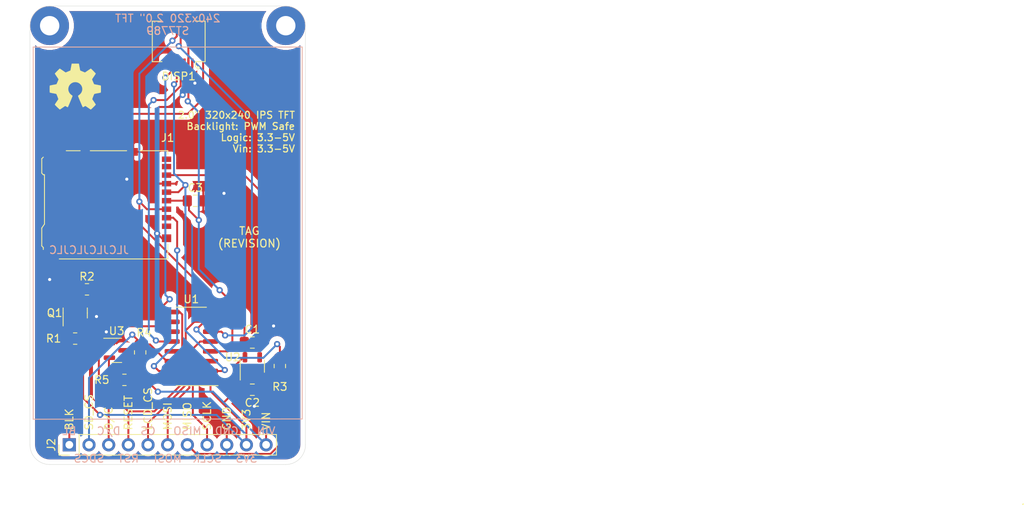
<source format=kicad_pcb>
(kicad_pcb (version 20221018) (generator pcbnew)
  (layers (0 "F.Cu" signal) (31 "B.Cu" signal) (34 "B.Paste" user) (35 "F.Paste" user) (36 "B.SilkS" user "B.Silkscreen") (37 "F.SilkS" user "F.Silkscreen") (38 "B.Mask" user) (39 "F.Mask" user) (44 "Edge.Cuts" user))
  (property "DATE" "YYYY-MM-DD HH:MM:SS")
  (property "REVISION" "REVISION")
  (property "TAG" "TAG")
  (net 0 "")
  (net 1 "Net-(DISP1-Pad2)")
  (net 2 "GND")
  (net 3 "MOSI_3V")
  (net 4 "+3V3")
  (net 5 "RESET_3V")
  (net 6 "SCLK_3V")
  (net 7 "DC_3V")
  (net 12 "Net-(Q1-Pad3)")
  (net 13 "BACKLIGHT")
  (net 14 "VCC")
  (net 15 "LCDCS_3V")
  (net 16 "MISO")
  (net 17 "SDCS_3V")
  (net 18 "SDCS")
  (net 19 "DC")
  (net 20 "RESET")
  (net 21 "LCDCS")
  (net 22 "MOSI")
  (net 23 "SCLK")
  (footprint "Connector_Molex:Molex_SlimStack_54722-0164_2x08_P0.50mm_Vertical" (layer "F.Cu") (at 19.2 4.572 180)
    (fp_text reference "DISP1" (at 0 -4.5) (layer "F.SilkS"))
    (fp_text value "STP240320_0200B")
    (pad "1" smd rect (at -1.75 -2.75 180) (size 0.3 1.1) (layers "F.Cu" "F.Paste" "F.Mask") (net 2 "GND"))
    (pad "2" smd rect (at -1.75 2.75 180) (size 0.3 1.1) (layers "F.Cu" "F.Paste" "F.Mask") (net 1 "Net-(DISP1-Pad2)"))
    (pad "3" smd rect (at -1.25 -2.75 180) (size 0.3 1.1) (layers "F.Cu" "F.Paste" "F.Mask") (net 4 "+3V3"))
    (pad "4" smd rect (at -1.25 2.75 180) (size 0.3 1.1) (layers "F.Cu" "F.Paste" "F.Mask") (net 4 "+3V3"))
    (pad "5" smd rect (at -0.75 -2.75 180) (size 0.3 1.1) (layers "F.Cu" "F.Paste" "F.Mask") (net 2 "GND"))
    (pad "6" smd rect (at -0.75 2.75 180) (size 0.3 1.1) (layers "F.Cu" "F.Paste" "F.Mask") (net 2 "GND"))
    (pad "7" smd rect (at -0.25 -2.75 180) (size 0.3 1.1) (layers "F.Cu" "F.Paste" "F.Mask") (net 7 "DC_3V"))
    (pad "8" smd rect (at -0.25 2.75 180) (size 0.3 1.1) (layers "F.Cu" "F.Paste" "F.Mask") (net 15 "LCDCS_3V"))
    (pad "9" smd rect (at 0.25 -2.75 180) (size 0.3 1.1) (layers "F.Cu" "F.Paste" "F.Mask") (net 6 "SCLK_3V"))
    (pad "10" smd rect (at 0.25 2.75 180) (size 0.3 1.1) (layers "F.Cu" "F.Paste" "F.Mask") (net 3 "MOSI_3V"))
    (pad "11" smd rect (at 0.75 -2.75 180) (size 0.3 1.1) (layers "F.Cu" "F.Paste" "F.Mask") (net 5 "RESET_3V"))
    (pad "12" smd rect (at 0.75 2.75 180) (size 0.3 1.1) (layers "F.Cu" "F.Paste" "F.Mask") (net 2 "GND"))
    (pad "13" smd rect (at 1.25 -2.75 180) (size 0.3 1.1) (layers "F.Cu" "F.Paste" "F.Mask"))
    (pad "14" smd rect (at 1.25 2.75 180) (size 0.3 1.1) (layers "F.Cu" "F.Paste" "F.Mask"))
    (pad "15" smd rect (at 1.75 -2.75 180) (size 0.3 1.1) (layers "F.Cu" "F.Paste" "F.Mask"))
    (pad "16" smd rect (at 1.75 2.75 180) (size 0.3 1.1) (layers "F.Cu" "F.Paste" "F.Mask"))
  )
  (footprint "Package_TO_SOT_SMD:SOT-23" (layer "F.Cu") (at 5.842 39.624 90)
    (fp_text reference "Q1" (at 0 -2.667 180) (layer "F.SilkS"))
    (fp_text value "BSS138")
    (pad "1" smd roundrect (at -0.9375 -0.95 90) (size 1.475 0.6) (layers "F.Cu" "F.Paste" "F.Mask") (net 13 "BACKLIGHT"))
    (pad "2" smd roundrect (at -0.9375 0.95 90) (size 1.475 0.6) (layers "F.Cu" "F.Paste" "F.Mask") (net 2 "GND"))
    (pad "3" smd roundrect (at 0.9375 0 90) (size 1.475 0.6) (layers "F.Cu" "F.Paste" "F.Mask") (net 12 "Net-(Q1-Pad3)"))
  )
  (footprint "Package_SO:SOIC-16_3.9x9.9mm_P1.27mm" (layer "F.Cu") (at 20.828 43.942 180)
    (fp_text reference "U1" (at 0 6.096) (layer "F.SilkS"))
    (fp_text value "74HC4050D")
    (pad "1" smd roundrect (at -2.475 -4.445 180) (size 1.95 0.6) (layers "F.Cu" "F.Paste" "F.Mask") (net 4 "+3V3"))
    (pad "2" smd roundrect (at -2.475 -3.175 180) (size 1.95 0.6) (layers "F.Cu" "F.Paste" "F.Mask") (net 6 "SCLK_3V"))
    (pad "3" smd roundrect (at -2.475 -1.905 180) (size 1.95 0.6) (layers "F.Cu" "F.Paste" "F.Mask") (net 23 "SCLK"))
    (pad "4" smd roundrect (at -2.475 -0.635 180) (size 1.95 0.6) (layers "F.Cu" "F.Paste" "F.Mask") (net 3 "MOSI_3V"))
    (pad "5" smd roundrect (at -2.475 0.635 180) (size 1.95 0.6) (layers "F.Cu" "F.Paste" "F.Mask") (net 22 "MOSI"))
    (pad "6" smd roundrect (at -2.475 1.905 180) (size 1.95 0.6) (layers "F.Cu" "F.Paste" "F.Mask") (net 15 "LCDCS_3V"))
    (pad "7" smd roundrect (at -2.475 3.175 180) (size 1.95 0.6) (layers "F.Cu" "F.Paste" "F.Mask") (net 21 "LCDCS"))
    (pad "8" smd roundrect (at -2.475 4.445 180) (size 1.95 0.6) (layers "F.Cu" "F.Paste" "F.Mask") (net 2 "GND"))
    (pad "9" smd roundrect (at 2.475 4.445 180) (size 1.95 0.6) (layers "F.Cu" "F.Paste" "F.Mask") (net 20 "RESET"))
    (pad "10" smd roundrect (at 2.475 3.175 180) (size 1.95 0.6) (layers "F.Cu" "F.Paste" "F.Mask") (net 5 "RESET_3V"))
    (pad "11" smd roundrect (at 2.475 1.905 180) (size 1.95 0.6) (layers "F.Cu" "F.Paste" "F.Mask") (net 19 "DC"))
    (pad "12" smd roundrect (at 2.475 0.635 180) (size 1.95 0.6) (layers "F.Cu" "F.Paste" "F.Mask") (net 7 "DC_3V"))
    (pad "13" smd roundrect (at 2.475 -0.635 180) (size 1.95 0.6) (layers "F.Cu" "F.Paste" "F.Mask"))
    (pad "14" smd roundrect (at 2.475 -1.905 180) (size 1.95 0.6) (layers "F.Cu" "F.Paste" "F.Mask") (net 18 "SDCS"))
    (pad "15" smd roundrect (at 2.475 -3.175 180) (size 1.95 0.6) (layers "F.Cu" "F.Paste" "F.Mask") (net 17 "SDCS_3V"))
    (pad "16" smd roundrect (at 2.475 -4.445 180) (size 1.95 0.6) (layers "F.Cu" "F.Paste" "F.Mask"))
  )
  (footprint "Capacitor_SMD:C_0805_2012Metric_Pad1.18x1.45mm_HandSolder" (layer "F.Cu") (at 28.702 43.434)
    (fp_text reference "C1" (at 0 -1.68) (layer "F.SilkS"))
    (fp_text value "10u")
    (pad "1" smd roundrect (at -1.0375 0) (size 1.175 1.45) (layers "F.Cu" "F.Paste" "F.Mask") (roundrect_rratio 0.212766) (net 4 "+3V3"))
    (pad "2" smd roundrect (at 1.0375 0) (size 1.175 1.45) (layers "F.Cu" "F.Paste" "F.Mask") (roundrect_rratio 0.212766) (net 2 "GND"))
  )
  (footprint "Capacitor_SMD:C_0805_2012Metric_Pad1.18x1.45mm_HandSolder" (layer "F.Cu") (at 28.702 49.53 180)
    (fp_text reference "C2" (at 0 -1.68 180) (layer "F.SilkS"))
    (fp_text value "10u")
    (pad "1" smd roundrect (at -1.0375 0 180) (size 1.175 1.45) (layers "F.Cu" "F.Paste" "F.Mask") (roundrect_rratio 0.212766) (net 14 "VCC"))
    (pad "2" smd roundrect (at 1.0375 0 180) (size 1.175 1.45) (layers "F.Cu" "F.Paste" "F.Mask") (roundrect_rratio 0.212766) (net 2 "GND"))
  )
  (footprint "Capacitor_SMD:C_0805_2012Metric_Pad1.18x1.45mm_HandSolder" (layer "F.Cu") (at 21.345 25.146)
    (fp_text reference "C3" (at 0 -1.68) (layer "F.SilkS"))
    (fp_text value "10u")
    (pad "1" smd roundrect (at -1.0375 0) (size 1.175 1.45) (layers "F.Cu" "F.Paste" "F.Mask") (roundrect_rratio 0.212766) (net 4 "+3V3"))
    (pad "2" smd roundrect (at 1.0375 0) (size 1.175 1.45) (layers "F.Cu" "F.Paste" "F.Mask") (roundrect_rratio 0.212766) (net 2 "GND"))
  )
  (footprint "Resistor_SMD:R_0805_2012Metric_Pad1.20x1.40mm_HandSolder" (layer "F.Cu") (at 7.357 36.576 180)
    (fp_text reference "R2" (at 0 1.651 180) (layer "F.SilkS"))
    (fp_text value "10R")
    (pad "1" smd roundrect (at -1 0 180) (size 1.2 1.4) (layers "F.Cu" "F.Paste" "F.Mask") (roundrect_rratio 0.208333) (net 1 "Net-(DISP1-Pad2)"))
    (pad "2" smd roundrect (at 1 0 180) (size 1.2 1.4) (layers "F.Cu" "F.Paste" "F.Mask") (roundrect_rratio 0.208333) (net 12 "Net-(Q1-Pad3)"))
  )
  (footprint "Resistor_SMD:R_0805_2012Metric_Pad1.20x1.40mm_HandSolder" (layer "F.Cu") (at 32.258 46.473 -90)
    (fp_text reference "R3" (at 2.676 0) (layer "F.SilkS"))
    (fp_text value "10k")
    (pad "1" smd roundrect (at -1 0 270) (size 1.2 1.4) (layers "F.Cu" "F.Paste" "F.Mask") (roundrect_rratio 0.208333) (net 21 "LCDCS"))
    (pad "2" smd roundrect (at 1 0 270) (size 1.2 1.4) (layers "F.Cu" "F.Paste" "F.Mask") (roundrect_rratio 0.208333) (net 14 "VCC"))
  )
  (footprint "Resistor_SMD:R_0805_2012Metric_Pad1.20x1.40mm_HandSolder" (layer "F.Cu") (at 12.192 48.26)
    (fp_text reference "R5" (at -2.921 0) (layer "F.SilkS"))
    (fp_text value "10k")
    (pad "1" smd roundrect (at -1 0) (size 1.2 1.4) (layers "F.Cu" "F.Paste" "F.Mask") (roundrect_rratio 0.208333) (net 20 "RESET"))
    (pad "2" smd roundrect (at 1 0) (size 1.2 1.4) (layers "F.Cu" "F.Paste" "F.Mask") (roundrect_rratio 0.208333) (net 14 "VCC"))
  )
  (footprint "Package_TO_SOT_SMD:SOT-23" (layer "F.Cu") (at 11.192 44.45)
    (fp_text reference "U3" (at 0 -2.5) (layer "F.SilkS"))
    (fp_text value "LM809M3X-2.93")
    (pad "1" smd roundrect (at -0.9375 -0.95) (size 1.475 0.6) (layers "F.Cu" "F.Paste" "F.Mask") (net 2 "GND"))
    (pad "2" smd roundrect (at -0.9375 0.95) (size 1.475 0.6) (layers "F.Cu" "F.Paste" "F.Mask") (net 20 "RESET"))
    (pad "3" smd roundrect (at 0.9375 0) (size 1.475 0.6) (layers "F.Cu" "F.Paste" "F.Mask") (net 14 "VCC"))
  )
  (footprint "MountingHole:MountingHole_2.5mm_Pad" (layer "F.Cu") (at 2.54 2.54)
    (fp_text reference "H1" hide)
    (fp_text value "MountingHole" hide)
    (pad "1" thru_hole circle (at 0 0) (size 5 5) (drill 2.5) (layers "*.Cu" "*.Mask"))
  )
  (footprint "MountingHole:MountingHole_2.5mm_Pad" (layer "F.Cu") (at 33.02 2.54)
    (fp_text reference "H2" hide)
    (fp_text value "MountingHole" hide)
    (pad "1" thru_hole circle (at 0 0) (size 5 5) (drill 2.5) (layers "*.Cu" "*.Mask"))
  )
  (footprint "Connector_PinHeader_2.54mm:PinHeader_1x11_P2.54mm_Vertical" (layer "F.Cu") (at 5.08 56.642 90)
    (fp_text reference "J2" (at 0 -2.33 90) (layer "F.SilkS"))
    (fp_text value "Conn_01x11")
    (pad "1" thru_hole rect (at 0 0 90) (size 1.7 1.7) (drill 1) (layers "*.Cu" "*.Mask") (net 13 "BACKLIGHT"))
    (pad "2" thru_hole oval (at 0 2.54 90) (size 1.7 1.7) (drill 1) (layers "*.Cu" "*.Mask") (net 18 "SDCS"))
    (pad "3" thru_hole oval (at 0 5.08 90) (size 1.7 1.7) (drill 1) (layers "*.Cu" "*.Mask") (net 19 "DC"))
    (pad "4" thru_hole oval (at 0 7.62 90) (size 1.7 1.7) (drill 1) (layers "*.Cu" "*.Mask") (net 20 "RESET"))
    (pad "5" thru_hole oval (at 0 10.16 90) (size 1.7 1.7) (drill 1) (layers "*.Cu" "*.Mask") (net 21 "LCDCS"))
    (pad "6" thru_hole oval (at 0 12.7 90) (size 1.7 1.7) (drill 1) (layers "*.Cu" "*.Mask") (net 22 "MOSI"))
    (pad "7" thru_hole oval (at 0 15.24 90) (size 1.7 1.7) (drill 1) (layers "*.Cu" "*.Mask") (net 16 "MISO"))
    (pad "8" thru_hole oval (at 0 17.78 90) (size 1.7 1.7) (drill 1) (layers "*.Cu" "*.Mask") (net 23 "SCLK"))
    (pad "9" thru_hole oval (at 0 20.32 90) (size 1.7 1.7) (drill 1) (layers "*.Cu" "*.Mask") (net 2 "GND"))
    (pad "10" thru_hole oval (at 0 22.86 90) (size 1.7 1.7) (drill 1) (layers "*.Cu" "*.Mask") (net 4 "+3V3"))
    (pad "11" thru_hole oval (at 0 25.4 90) (size 1.7 1.7) (drill 1) (layers "*.Cu" "*.Mask") (net 14 "VCC"))
  )
  (footprint "Connector_Card:microSD_HC_Hirose_DM3AT-SF-PEJM5" (layer "F.Cu") (at 9.906 25.654 -90)
    (fp_text reference "J1" (at -8.636 -7.874 180) (layer "F.SilkS"))
    (fp_text value "Micro_SD_Card_Det_Hirose_DM3AT")
    (pad "1" smd rect (at 2.775 -7.725 270) (size 0.7 1.2) (layers "F.Cu" "F.Paste" "F.Mask"))
    (pad "2" smd rect (at 1.675 -7.725 270) (size 0.7 1.2) (layers "F.Cu" "F.Paste" "F.Mask") (net 17 "SDCS_3V"))
    (pad "3" smd rect (at 0.575 -7.725 270) (size 0.7 1.2) (layers "F.Cu" "F.Paste" "F.Mask") (net 3 "MOSI_3V"))
    (pad "4" smd rect (at -0.525 -7.725 270) (size 0.7 1.2) (layers "F.Cu" "F.Paste" "F.Mask") (net 4 "+3V3"))
    (pad "5" smd rect (at -1.625 -7.725 270) (size 0.7 1.2) (layers "F.Cu" "F.Paste" "F.Mask") (net 6 "SCLK_3V"))
    (pad "6" smd rect (at -2.725 -7.725 270) (size 0.7 1.2) (layers "F.Cu" "F.Paste" "F.Mask") (net 2 "GND"))
    (pad "7" smd rect (at -3.825 -7.725 270) (size 0.7 1.2) (layers "F.Cu" "F.Paste" "F.Mask") (net 16 "MISO"))
    (pad "8" smd rect (at -4.925 -7.725 270) (size 0.7 1.2) (layers "F.Cu" "F.Paste" "F.Mask"))
    (pad "9" smd rect (at -5.875 -7.725 270) (size 0.7 1.2) (layers "F.Cu" "F.Paste" "F.Mask"))
    (pad "10" smd rect (at -6.825 2.775 270) (size 1 0.8) (layers "F.Cu" "F.Paste" "F.Mask"))
    (pad "11" smd rect (at -6.825 -3.425 270) (size 1 1.2) (layers "F.Cu" "F.Paste" "F.Mask") (net 2 "GND"))
    (pad "11" smd rect (at -6.825 6.925 270) (size 1 2.8) (layers "F.Cu" "F.Paste" "F.Mask") (net 2 "GND"))
    (pad "11" smd rect (at 4.325 -7.725 270) (size 1 1.2) (layers "F.Cu" "F.Paste" "F.Mask") (net 2 "GND"))
    (pad "11" smd rect (at 6.675 7.375 270) (size 1.3 1.9) (layers "F.Cu" "F.Paste" "F.Mask") (net 2 "GND"))
    (zone (net 0) (net_name "") (layer "F.Cu") (connect_pads (clearance 0)) (min_thickness 0.254)
      (keepout (tracks not_allowed) (vias not_allowed) (pads not_allowed) (copperpour not_allowed) (footprints not_allowed))
      (fill (thermal_gap 0.508) (thermal_bridge_width 0.508))
      (polygon (pts (xy 2.931 28.579) (xy 2.931 31.129) (xy 1.581 31.129) (xy 1.581 28.579)))
    )
    (zone (net 0) (net_name "") (layer "F.Cu") (connect_pads (clearance 0)) (min_thickness 0.254)
      (keepout (tracks not_allowed) (vias not_allowed) (pads not_allowed) (copperpour not_allowed) (footprints not_allowed))
      (fill (thermal_gap 0.508) (thermal_bridge_width 0.508))
      (polygon (pts (xy 9.131 19.179) (xy 9.131 18.429) (xy 12.731 18.429) (xy 12.731 19.179)))
    )
    (zone (net 0) (net_name "") (layer "F.Cu") (connect_pads (clearance 0)) (min_thickness 0.254)
      (keepout (tracks not_allowed) (vias not_allowed) (pads not_allowed) (copperpour not_allowed) (footprints not_allowed))
      (fill (thermal_gap 0.508) (thermal_bridge_width 0.508))
      (polygon (pts (xy 11.031 28.929) (xy 11.031 20.229) (xy 12.631 20.229) (xy 12.631 28.929)))
    )
    (zone (net 0) (net_name "") (layer "F.Cu") (connect_pads (clearance 0)) (min_thickness 0.254)
      (keepout (tracks not_allowed) (vias not_allowed) (pads not_allowed) (copperpour not_allowed) (footprints not_allowed))
      (fill (thermal_gap 0.508) (thermal_bridge_width 0.508))
      (polygon (pts (xy 11.331 19.529) (xy 11.331 20.229) (xy 3.731 20.229) (xy 3.731 19.529)))
    )
    (zone (net 0) (net_name "") (layer "F.Cu") (connect_pads (clearance 0)) (min_thickness 0.254)
      (keepout (tracks not_allowed) (vias not_allowed) (pads not_allowed) (copperpour not_allowed) (footprints not_allowed))
      (fill (thermal_gap 0.508) (thermal_bridge_width 0.508))
      (polygon (pts (xy 13.931 19.179) (xy 13.931 18.429) (xy 17.181 18.429) (xy 17.181 19.179)))
    )
  )
  (footprint "Package_TO_SOT_SMD:SOT-23-5" (layer "F.Cu") (at 28.702 46.482 90)
    (fp_text reference "U2" (at 1.143 -2.54 180) (layer "F.SilkS"))
    (fp_text value "AP2112K-3.3")
    (pad "1" smd roundrect (at -1.1375 -0.95 90) (size 1.325 0.6) (layers "F.Cu" "F.Paste" "F.Mask") (net 14 "VCC"))
    (pad "2" smd roundrect (at -1.1375 0 90) (size 1.325 0.6) (layers "F.Cu" "F.Paste" "F.Mask") (net 2 "GND"))
    (pad "3" smd roundrect (at -1.1375 0.95 90) (size 1.325 0.6) (layers "F.Cu" "F.Paste" "F.Mask") (net 14 "VCC"))
    (pad "4" smd roundrect (at 1.1375 0.95 90) (size 1.325 0.6) (layers "F.Cu" "F.Paste" "F.Mask"))
    (pad "5" smd roundrect (at 1.1375 -0.95 90) (size 1.325 0.6) (layers "F.Cu" "F.Paste" "F.Mask") (net 4 "+3V3"))
  )
  (footprint "Resistor_SMD:R_0805_2012Metric_Pad1.20x1.40mm_HandSolder" (layer "F.Cu") (at 5.833 42.926)
    (fp_text reference "R1" (at -2.785 0) (layer "F.SilkS"))
    (fp_text value "10k")
    (pad "1" smd roundrect (at -1 0) (size 1.2 1.4) (layers "F.Cu" "F.Paste" "F.Mask") (roundrect_rratio 0.208333) (net 13 "BACKLIGHT"))
    (pad "2" smd roundrect (at 1 0) (size 1.2 1.4) (layers "F.Cu" "F.Paste" "F.Mask") (roundrect_rratio 0.208333) (net 4 "+3V3"))
  )
  (footprint "Resistor_SMD:R_0805_2012Metric_Pad1.20x1.40mm_HandSolder" (layer "F.Cu") (at 14.224 44.713 -90)
    (fp_text reference "R4" (at -2.549 -0.508) (layer "F.SilkS"))
    (fp_text value "10k")
    (pad "1" smd roundrect (at -1 0 270) (size 1.2 1.4) (layers "F.Cu" "F.Paste" "F.Mask") (roundrect_rratio 0.208333) (net 18 "SDCS"))
    (pad "2" smd roundrect (at 1 0 270) (size 1.2 1.4) (layers "F.Cu" "F.Paste" "F.Mask") (roundrect_rratio 0.208333) (net 14 "VCC"))
  )
  (footprint "Symbol:OSHW-Symbol_6.7x6mm_SilkScreen" (layer "F.Cu") (at 5.842 10.414)
    (fp_text reference "LOGO1" hide)
    (fp_text value "Logo_Open_Hardware_Small" hide)
  )
  (gr_line (start 0.42 53.34) (end 0.42 5.3) (stroke (width 0.12)) (layer "B.SilkS"))
  (gr_line (start 35.14 5.3) (end 35.14 53.3) (stroke (width 0.12)) (layer "B.SilkS"))
  (gr_line (start 35.14 53.3) (end 0.42 53.34) (stroke (width 0.12)) (layer "B.SilkS"))
  (gr_line (start 0.42 5.3) (end 35.14 5.3) (stroke (width 0.12)) (layer "B.SilkS"))
  (gr_circle (center 128.2065 64.3255) (end 128.2065 64.389) (stroke (width 0.12)) (fill none) (layer "F.SilkS"))
  (gr_circle (center 21.6916 7.9756) (end 21.844 7.9756) (stroke (width 0.12)) (fill none) (layer "F.SilkS"))
  (gr_line (start 0 56.642) (end 0 2.54) (stroke (width 0.05)) (layer "Edge.Cuts"))
  (gr_line (start 35.56 2.54) (end 35.56 56.642) (stroke (width 0.05)) (layer "Edge.Cuts"))
  (gr_line (start 2.54 0) (end 33.02 0) (stroke (width 0.05)) (layer "Edge.Cuts"))
  (gr_line (start 33.02 59.182) (end 2.54 59.182) (stroke (width 0.05)) (layer "Edge.Cuts"))
  (gr_arc (start 2.54 59.182) (mid 0.743949 58.438051) (end 0 56.642) (stroke (width 0.05)) (layer "Edge.Cuts"))
  (gr_arc (start 0 2.54) (mid 0.743949 0.743949) (end 2.54 0) (stroke (width 0.05)) (layer "Edge.Cuts"))
  (gr_arc (start 35.56 56.642) (mid 34.816051 58.438051) (end 33.02 59.182) (stroke (width 0.05)) (layer "Edge.Cuts"))
  (gr_arc (start 33.02 0) (mid 34.816051 0.743949) (end 35.56 2.54) (stroke (width 0.05)) (layer "Edge.Cuts"))
  (gr_text "BL" (at 5.08 54.864) (layer "B.SilkS") (effects (font (size 1 1)) (justify mirror)))
  (gr_text "MISO" (at 20.32 54.864) (layer "B.SilkS") (effects (font (size 1 1)) (justify mirror)))
  (gr_text "SCLK" (at 22.86 58.42) (layer "B.SilkS") (effects (font (size 1 1)) (justify mirror)))
  (gr_text "GND" (at 25.4 54.864) (layer "B.SilkS") (effects (font (size 1 1)) (justify mirror)))
  (gr_text "SDCS" (at 7.62 58.42) (layer "B.SilkS") (effects (font (size 1 1)) (justify mirror)))
  (gr_text "JLCJLCJLCJLC" (at 7.62 31.496) (layer "B.SilkS") (effects (font (size 1 1)) (justify mirror)))
  (gr_text "RST" (at 12.7 58.42) (layer "B.SilkS") (effects (font (size 1 1)) (justify mirror)))
  (gr_text "3V3" (at 27.94 58.42) (layer "B.SilkS") (effects (font (size 1 1)) (justify mirror)))
  (gr_text "MOSI" (at 17.78 58.42) (layer "B.SilkS") (effects (font (size 1 1)) (justify mirror)))
  (gr_text "VIN" (at 30.48 54.864) (layer "B.SilkS") (effects (font (size 1 1)) (justify mirror)))
  (gr_text "CS" (at 15.24 54.864) (layer "B.SilkS") (effects (font (size 1 1)) (justify mirror)))
  (gr_text "240x320 2.0\" TFT\nST7789\n" (at 17.78 2.4) (layer "B.SilkS") (effects (font (size 1 1)) (justify mirror)))
  (gr_text "D/C" (at 10.16 54.864) (layer "B.SilkS") (effects (font (size 1 1)) (justify mirror)))
  (gr_text "SD_CS" (at 7.62 54.864 90) (layer "F.SilkS") (effects (font (size 1 1)) (justify left)))
  (gr_text "D/C" (at 10.16 54.864 90) (layer "F.SilkS") (effects (font (size 1 1)) (justify left)))
  (gr_text "RESET" (at 12.7 54.864 90) (layer "F.SilkS") (effects (font (size 1 1)) (justify left)))
  (gr_text "LCD_CS" (at 15.24 54.864 90) (layer "F.SilkS") (effects (font (size 1 1)) (justify left)))
  (gr_text "MOSI" (at 17.78 54.864 90) (layer "F.SilkS") (effects (font (size 1 1)) (justify left)))
  (gr_text "MISO" (at 20.32 54.864 90) (layer "F.SilkS") (effects (font (size 1 1)) (justify left)))
  (gr_text "SCLK" (at 22.86 54.864 90) (layer "F.SilkS") (effects (font (size 1 1)) (justify left)))
  (gr_text "GND" (at 25.4 54.864 90) (layer "F.SilkS") (effects (font (size 1 1)) (justify left)))
  (gr_text "3V3" (at 27.94 54.864 90) (layer "F.SilkS") (effects (font (size 1 1)) (justify left)))
  (gr_text "VIN" (at 30.48 54.864 90) (layer "F.SilkS") (effects (font (size 1 1)) (justify left)))
  (gr_text "2.0\" 320x240 IPS TFT\nBacklight: PWM Safe\nLogic: 3.3-5V\nVin: 3.3-5V" (at 34.29 16.256) (layer "F.SilkS") (effects (font (size 0.9 0.9)) (justify right)))
  (gr_text "BLK" (at 5.08 54.864 90) (layer "F.SilkS") (effects (font (size 1 1)) (justify left)))
  (gr_text "${TAG}\n(${REVISION})" (at 28.321 29.845) (layer "F.SilkS") (effects (font (size 1 1))))
  (segment (start 20.95 4.0844) (end 20.95 1.822) (width 0.25) (layer "F.Cu") (net 1))
  (segment (start 13.100198 13.9192) (end 20.3708 13.9192) (width 0.25) (layer "F.Cu") (net 1))
  (segment (start 20.3708 13.9192) (end 22.352 11.938) (width 0.25) (layer "F.Cu") (net 1))
  (segment (start 8.382 36.576) (end 8.382 18.637398) (width 0.25) (layer "F.Cu") (net 1))
  (segment (start 8.382 18.637398) (end 13.100198 13.9192) (width 0.25) (layer "F.Cu") (net 1))
  (segment (start 22.352 5.4864) (end 20.95 4.0844) (width 0.25) (layer "F.Cu") (net 1))
  (segment (start 22.352 11.938) (end 22.352 5.4864) (width 0.25) (layer "F.Cu") (net 1))
  (segment (start 17.025 29.979) (end 16.4084 29.3624) (width 0.25) (layer "F.Cu") (net 2))
  (segment (start 10.192 43.5) (end 10.192 42.3992) (width 0.25) (layer "F.Cu") (net 2))
  (segment (start 24.0792 25.146) (end 25.0444 24.1808) (width 0.25) (layer "F.Cu") (net 2))
  (segment (start 10.192 42.3992) (end 9.8552 42.0624) (width 0.25) (layer "F.Cu") (net 2))
  (segment (start 8.0424 40.624) (end 8.5852 40.0812) (width 0.25) (layer "F.Cu") (net 2))
  (segment (start 28.702 47.582) (end 28.702 48.505) (width 0.25) (layer "F.Cu") (net 2))
  (segment (start 19.860001 0.946999) (end 18.539999 0.946999) (width 0.25) (layer "F.Cu") (net 2))
  (segment (start 27.677 50.3846) (end 28.956 51.6636) (width 0.25) (layer "F.Cu") (net 2))
  (segment (start 18.539999 0.946999) (end 18.45 1.036998) (width 0.25) (layer "F.Cu") (net 2))
  (segment (start 20.95 7.322) (end 20.95 9.6216) (width 0.25) (layer "F.Cu") (net 2))
  (segment (start 29.727 43.0186) (end 31.4452 41.3004) (width 0.25) (layer "F.Cu") (net 2))
  (segment (start 17.631 29.979) (end 17.025 29.979) (width 0.25) (layer "F.Cu") (net 2))
  (segment (start 17.631 22.929) (end 13.0738 22.929) (width 0.25) (layer "F.Cu") (net 2))
  (segment (start 19.95 1.036998) (end 19.860001 0.946999) (width 0.25) (layer "F.Cu") (net 2))
  (segment (start 18.45 1.036998) (end 18.45 1.822) (width 0.25) (layer "F.Cu") (net 2))
  (segment (start 2.531 35.297) (end 2.54 35.306) (width 0.25) (layer "F.Cu") (net 2))
  (segment (start 19.95 1.822) (end 19.95 1.036998) (width 0.25) (layer "F.Cu") (net 2))
  (segment (start 19.95 11.228661) (end 19.704052 11.474609) (width 0.25) (layer "F.Cu") (net 2))
  (segment (start 27.677 49.53) (end 27.677 50.3846) (width 0.25) (layer "F.Cu") (net 2))
  (segment (start 18.45 1.036998) (end 18.360001 0.946999) (width 0.25) (layer "F.Cu") (net 2))
  (segment (start 6.792 40.624) (end 8.0424 40.624) (width 0.25) (layer "F.Cu") (net 2))
  (segment (start 18.45 3.0892) (end 18.2372 3.302) (width 0.25) (layer "F.Cu") (net 2))
  (segment (start 20.95 9.6216) (end 21.2852 9.9568) (width 0.25) (layer "F.Cu") (net 2))
  (segment (start 22.37 25.146) (end 24.0792 25.146) (width 0.25) (layer "F.Cu") (net 2))
  (segment (start 29.727 43.434) (end 29.727 43.0186) (width 0.25) (layer "F.Cu") (net 2))
  (segment (start 18.45 1.822) (end 18.45 2.7844) (width 0.25) (layer "F.Cu") (net 2))
  (segment (start 18.45 2.7844) (end 18.45 3.0892) (width 0.25) (layer "F.Cu") (net 2))
  (segment (start 28.702 48.505) (end 27.677 49.53) (width 0.25) (layer "F.Cu") (net 2))
  (segment (start 19.95 7.322) (end 19.95 11.228661) (width 0.25) (layer "F.Cu") (net 2))
  (segment (start 18.45 2.7844) (end 17.9832 3.2512) (width 0.25) (layer "F.Cu") (net 2))
  (segment (start 18.360001 0.946999) (end 16.325001 0.946999) (width 0.25) (layer "F.Cu") (net 2))
  (segment (start 2.531 32.329) (end 2.531 35.297) (width 0.25) (layer "F.Cu") (net 2))
  (segment (start 19.860001 0.946999) (end 21.978199 0.946999) (width 0.25) (layer "F.Cu") (net 2))
  (segment (start 13.0738 22.929) (end 12.4968 22.352) (width 0.25) (layer "F.Cu") (net 2))
  (via (at 16.4084 29.3624) (size 0.8) (drill 0.4) (layers "F.Cu" "B.Cu") (net 2))
  (via (at 2.54 35.306) (size 0.8) (drill 0.4) (layers "F.Cu" "B.Cu") (net 2))
  (via (at 28.956 51.6636) (size 0.8) (drill 0.4) (layers "F.Cu" "B.Cu") (net 2))
  (via (at 25.0444 24.1808) (size 0.8) (drill 0.4) (layers "F.Cu" "B.Cu") (net 2))
  (via (at 31.4452 41.3004) (size 0.8) (drill 0.4) (layers "F.Cu" "B.Cu") (net 2))
  (via (at 19.704052 11.474609) (size 0.8) (drill 0.4) (layers "F.Cu" "B.Cu") (net 2))
  (via (at 21.2852 9.9568) (size 0.8) (drill 0.4) (layers "F.Cu" "B.Cu") (net 2))
  (via (at 12.4968 22.352) (size 0.8) (drill 0.4) (layers "F.Cu" "B.Cu") (net 2))
  (via (at 9.8552 42.0624) (size 0.8) (drill 0.4) (layers "F.Cu" "B.Cu") (net 2))
  (via (at 8.5852 40.0812) (size 0.8) (drill 0.4) (layers "F.Cu" "B.Cu") (net 2))
  (segment (start 15.1038 26.229) (end 17.631 26.229) (width 0.25) (layer "F.Cu") (net 3))
  (segment (start 14.1224 25.2476) (end 15.1038 26.229) (width 0.25) (layer "F.Cu") (net 3))
  (segment (start 26.125001 40.158003) (end 26.125001 43.978999) (width 0.25) (layer "F.Cu") (net 3))
  (segment (start 14.1224 25.2476) (end 14.1224 28.155402) (width 0.25) (layer "F.Cu") (net 3))
  (segment (start 25.527 44.577) (end 23.303 44.577) (width 0.25) (layer "F.Cu") (net 3))
  (segment (start 18.95 1.822) (end 18.95 3.91) (width 0.25) (layer "F.Cu") (net 3))
  (segment (start 26.125001 43.978999) (end 25.527 44.577) (width 0.25) (layer "F.Cu") (net 3))
  (segment (start 14.1224 28.155402) (end 26.125001 40.158003) (width 0.25) (layer "F.Cu") (net 3))
  (segment (start 18.95 3.91) (end 18.3896 4.4704) (width 0.25) (layer "F.Cu") (net 3))
  (via (at 14.1224 25.2476) (size 0.8) (drill 0.4) (layers "F.Cu" "B.Cu") (net 3))
  (via (at 18.3896 4.4704) (size 0.8) (drill 0.4) (layers "F.Cu" "B.Cu") (net 3))
  (segment (start 18.3896 4.4704) (end 14.1224 8.7376) (width 0.25) (layer "B.Cu") (net 3))
  (segment (start 14.1224 8.7376) (end 14.1224 25.2476) (width 0.25) (layer "B.Cu") (net 3))
  (segment (start 20.45 7.322) (end 20.45 12.2144) (width 0.25) (layer "F.Cu") (net 4))
  (segment (start 27.752 45.382) (end 27.752 43.509) (width 0.25) (layer "F.Cu") (net 4))
  (segment (start 20.303 25.129) (end 20.32 25.146) (width 0.25) (layer "F.Cu") (net 4))
  (segment (start 26.416 49.784) (end 24.892 51.308) (width 0.25) (layer "F.Cu") (net 4))
  (segment (start 20.45 1.822) (end 20.45 7.322) (width 0.25) (layer "F.Cu") (net 4))
  (segment (start 6.858 50.5968) (end 9.0424 52.7812) (width 0.25) (layer "F.Cu") (net 4))
  (segment (start 27.752 43.509) (end 27.677 43.434) (width 0.25) (layer "F.Cu") (net 4))
  (segment (start 24.892 51.308) (end 23.303 49.719) (width 0.25) (layer "F.Cu") (net 4))
  (segment (start 27.94 56.642) (end 27.94 54.356) (width 0.25) (layer "F.Cu") (net 4))
  (segment (start 27.686 41.4528) (end 27.686 39.878) (width 0.25) (layer "F.Cu") (net 4))
  (segment (start 20.45 12.2144) (end 20.3708 12.2936) (width 0.25) (layer "F.Cu") (net 4))
  (segment (start 27.686 39.878) (end 24.4856 36.6776) (width 0.25) (layer "F.Cu") (net 4))
  (segment (start 17.631 25.129) (end 20.303 25.129) (width 0.25) (layer "F.Cu") (net 4))
  (segment (start 26.416 46.482) (end 26.416 49.784) (width 0.25) (layer "F.Cu") (net 4))
  (segment (start 27.686 41.4528) (end 27.686 43.425) (width 0.25) (layer "F.Cu") (net 4))
  (segment (start 27.686 43.425) (end 27.677 43.434) (width 0.25) (layer "F.Cu") (net 4))
  (segment (start 20.5232 25.3492) (end 20.32 25.146) (width 0.25) (layer "F.Cu") (net 4))
  (segment (start 27.752 45.382) (end 27.516 45.382) (width 0.25) (layer "F.Cu") (net 4))
  (segment (start 20.5232 26.3652) (end 20.5232 25.3492) (width 0.25) (layer "F.Cu") (net 4))
  (segment (start 27.516 45.382) (end 26.416 46.482) (width 0.25) (layer "F.Cu") (net 4))
  (segment (start 6.858 42.926) (end 6.858 50.5968) (width 0.25) (layer "F.Cu") (net 4))
  (segment (start 21.7932 27.6352) (end 20.5232 26.3652) (width 0.25) (layer "F.Cu") (net 4))
  (segment (start 23.303 49.719) (end 23.303 48.387) (width 0.25) (layer "F.Cu") (net 4))
  (segment (start 27.94 54.356) (end 24.892 51.308) (width 0.25) (layer "F.Cu") (net 4))
  (via (at 24.4856 36.6776) (size 0.8) (drill 0.4) (layers "F.Cu" "B.Cu") (net 4))
  (via (at 21.7932 27.6352) (size 0.8) (drill 0.4) (layers "F.Cu" "B.Cu") (net 4))
  (via (at 9.0424 52.7812) (size 0.8) (drill 0.4) (layers "F.Cu" "B.Cu") (net 4))
  (via (at 20.3708 12.2936) (size 0.8) (drill 0.4) (layers "F.Cu" "B.Cu") (net 4))
  (segment (start 21.7932 13.716) (end 21.7932 27.6352) (width 0.25) (layer "B.Cu") (net 4))
  (segment (start 21.7932 33.9852) (end 21.7932 31.3436) (width 0.25) (layer "B.Cu") (net 4))
  (segment (start 20.3708 12.2936) (end 21.7932 13.716) (width 0.25) (layer "B.Cu") (net 4))
  (segment (start 24.0792 52.7812) (end 27.94 56.642) (width 0.25) (layer "B.Cu") (net 4))
  (segment (start 9.0424 52.7812) (end 24.0792 52.7812) (width 0.25) (layer "B.Cu") (net 4))
  (segment (start 21.7932 27.6352) (end 21.7932 31.3436) (width 0.25) (layer "B.Cu") (net 4))
  (segment (start 24.4856 36.6776) (end 21.7932 33.9852) (width 0.25) (layer "B.Cu") (net 4))
  (segment (start 17.05299 40.44199) (end 17.05299 38.82701) (width 0.25) (layer "F.Cu") (net 5))
  (segment (start 17.05299 38.82701) (end 18.034 37.846) (width 0.25) (layer "F.Cu") (net 5))
  (segment (start 17.378 40.767) (end 17.05299 40.44199) (width 0.25) (layer "F.Cu") (net 5))
  (segment (start 18.45 7.322) (end 18.45 8.2708) (width 0.25) (layer "F.Cu") (net 5))
  (segment (start 18.45 8.2708) (end 17.4752 9.2456) (width 0.25) (layer "F.Cu") (net 5))
  (segment (start 18.353 40.767) (end 17.378 40.767) (width 0.25) (layer "F.Cu") (net 5))
  (via (at 18.034 37.846) (size 0.8) (drill 0.4) (layers "F.Cu" "B.Cu") (net 5))
  (via (at 17.4752 9.2456) (size 0.8) (drill 0.4) (layers "F.Cu" "B.Cu") (net 5))
  (segment (start 17.4752 9.2456) (end 17.4752 37.2872) (width 0.25) (layer "B.Cu") (net 5))
  (segment (start 17.4752 37.2872) (end 18.034 37.846) (width 0.25) (layer "B.Cu") (net 5))
  (segment (start 23.303 47.117) (end 25.019 47.117) (width 0.25) (layer "F.Cu") (net 6))
  (segment (start 18.95 9.752) (end 18.5928 10.1092) (width 0.25) (layer "F.Cu") (net 6))
  (segment (start 17.631 24.029) (end 19.151 24.029) (width 0.25) (layer "F.Cu") (net 6))
  (segment (start 25.019 47.117) (end 25.146 46.99) (width 0.25) (layer "F.Cu") (net 6))
  (segment (start 18.95 7.322) (end 18.95 9.752) (width 0.25) (layer "F.Cu") (net 6))
  (segment (start 19.151 24.029) (end 20.066 23.114) (width 0.25) (layer "F.Cu") (net 6))
  (via (at 20.066 23.114) (size 0.8) (drill 0.4) (layers "F.Cu" "B.Cu") (net 6))
  (via (at 18.5928 10.1092) (size 0.8) (drill 0.4) (layers "F.Cu" "B.Cu") (net 6))
  (via (at 25.146 46.99) (size 0.8) (drill 0.4) (layers "F.Cu" "B.Cu") (net 6))
  (segment (start 20.066 41.91) (end 25.146 46.99) (width 0.25) (layer "B.Cu") (net 6))
  (segment (start 20.066 23.114) (end 20.066 41.91) (width 0.25) (layer "B.Cu") (net 6))
  (segment (start 20.066 23.114) (end 18.5928 21.6408) (width 0.25) (layer "B.Cu") (net 6))
  (segment (start 18.5928 21.6408) (end 18.5928 10.1092) (width 0.25) (layer "B.Cu") (net 6))
  (segment (start 19.45 10.325002) (end 17.633802 12.1412) (width 0.25) (layer "F.Cu") (net 7))
  (segment (start 19.45 7.322) (end 19.45 10.325002) (width 0.25) (layer "F.Cu") (net 7))
  (segment (start 17.633802 12.1412) (end 15.9512 12.1412) (width 0.25) (layer "F.Cu") (net 7))
  (segment (start 16.383 43.307) (end 16.256 43.18) (width 0.25) (layer "F.Cu") (net 7))
  (segment (start 18.353 43.307) (end 16.383 43.307) (width 0.25) (layer "F.Cu") (net 7))
  (via (at 15.9512 12.1412) (size 0.8) (drill 0.4) (layers "F.Cu" "B.Cu") (net 7))
  (via (at 16.256 43.18) (size 0.8) (drill 0.4) (layers "F.Cu" "B.Cu") (net 7))
  (segment (start 15.3416 42.2656) (end 16.256 43.18) (width 0.25) (layer "B.Cu") (net 7))
  (segment (start 15.3416 12.7508) (end 15.3416 42.2656) (width 0.25) (layer "B.Cu") (net 7))
  (segment (start 15.9512 12.1412) (end 15.3416 12.7508) (width 0.25) (layer "B.Cu") (net 7))
  (segment (start 5.842 38.624) (end 5.842 37.066) (width 0.25) (layer "F.Cu") (net 12))
  (segment (start 5.842 37.066) (end 6.332 36.576) (width 0.25) (layer "F.Cu") (net 12))
  (segment (start 5.08 54.102) (end 4.808 53.83) (width 0.25) (layer "F.Cu") (net 13))
  (segment (start 4.808 42.926) (end 4.808 40.708) (width 0.25) (layer "F.Cu") (net 13))
  (segment (start 4.808 40.708) (end 4.892 40.624) (width 0.25) (layer "F.Cu") (net 13))
  (segment (start 4.808 53.83) (end 4.808 42.926) (width 0.25) (layer "F.Cu") (net 13))
  (segment (start 5.08 56.642) (end 5.08 54.102) (width 0.25) (layer "F.Cu") (net 13))
  (segment (start 13.217 48.26) (end 14.986 48.26) (width 0.25) (layer "F.Cu") (net 14))
  (segment (start 29.464 46.482) (end 31.242 46.482) (width 0.25) (layer "F.Cu") (net 14))
  (segment (start 27.752 46.802) (end 28.072 46.482) (width 0.25) (layer "F.Cu") (net 14))
  (segment (start 12.192 44.704) (end 13.226 45.738) (width 0.25) (layer "F.Cu") (net 14))
  (segment (start 29.652 46.67) (end 29.652 47.582) (width 0.25) (layer "F.Cu") (net 14))
  (segment (start 14.986 48.26) (end 16.51 49.784) (width 0.25) (layer "F.Cu") (net 14))
  (segment (start 13.217 48.26) (end 13.217 47.743) (width 0.25) (layer "F.Cu") (net 14))
  (segment (start 30.48 50.283) (end 29.727 49.53) (width 0.25) (layer "F.Cu") (net 14))
  (segment (start 29.727 49.53) (end 29.727 47.657) (width 0.25) (layer "F.Cu") (net 14))
  (segment (start 13.217 47.743) (end 14.224 46.736) (width 0.25) (layer "F.Cu") (net 14))
  (segment (start 28.072 46.482) (end 29.464 46.482) (width 0.25) (layer "F.Cu") (net 14))
  (segment (start 29.464 46.482) (end 29.652 46.67) (width 0.25) (layer "F.Cu") (net 14))
  (segment (start 14.224 46.736) (end 14.224 45.738) (width 0.25) (layer "F.Cu") (net 14))
  (segment (start 29.727 47.657) (end 29.652 47.582) (width 0.25) (layer "F.Cu") (net 14))
  (segment (start 12.192 44.45) (end 12.192 44.704) (width 0.25) (layer "F.Cu") (net 14))
  (segment (start 31.242 46.482) (end 32.258 47.498) (width 0.25) (layer "F.Cu") (net 14))
  (segment (start 30.48 56.642) (end 30.48 50.283) (width 0.25) (layer "F.Cu") (net 14))
  (segment (start 27.752 47.582) (end 27.752 46.802) (width 0.25) (layer "F.Cu") (net 14))
  (segment (start 13.226 45.738) (end 14.224 45.738) (width 0.25) (layer "F.Cu") (net 14))
  (via (at 16.51 49.784) (size 0.8) (drill 0.4) (layers "F.Cu" "B.Cu") (net 14))
  (segment (start 16.51 49.784) (end 23.622 49.784) (width 0.25) (layer "B.Cu") (net 14))
  (segment (start 23.622 49.784) (end 30.48 56.642) (width 0.25) (layer "B.Cu") (net 14))
  (segment (start 19.45 1.822) (end 19.45 4.934) (width 0.25) (layer "F.Cu") (net 15))
  (segment (start 19.45 4.934) (end 19.2024 5.1816) (width 0.25) (layer "F.Cu") (net 15))
  (segment (start 24.7142 42.037) (end 25.1968 42.5196) (width 0.25) (layer "F.Cu") (net 15))
  (segment (start 23.303 42.037) (end 24.7142 42.037) (width 0.25) (layer "F.Cu") (net 15))
  (via (at 19.2024 5.1816) (size 0.8) (drill 0.4) (layers "F.Cu" "B.Cu") (net 15))
  (via (at 25.1968 42.5196) (size 0.8) (drill 0.4) (layers "F.Cu" "B.Cu") (net 15))
  (segment (start 25.1968 42.5196) (end 27.692202 42.5196) (width 0.25) (layer "B.Cu") (net 15))
  (segment (start 27.692202 42.5196) (end 28.6512 41.560602) (width 0.25) (layer "B.Cu") (net 15))
  (segment (start 28.6512 14.6304) (end 19.2024 5.1816) (width 0.25) (layer "B.Cu") (net 15))
  (segment (start 28.6512 41.560602) (end 28.6512 14.6304) (width 0.25) (layer "B.Cu") (net 15))
  (segment (start 31.044001 57.817001) (end 33.6296 55.231402) (width 0.25) (layer "F.Cu") (net 16))
  (segment (start 21.495001 57.817001) (end 31.044001 57.817001) (width 0.25) (layer "F.Cu") (net 16))
  (segment (start 27.671 21.829) (end 17.631 21.829) (width 0.25) (layer "F.Cu") (net 16))
  (segment (start 33.6296 27.7876) (end 33.528 27.686) (width 0.25) (layer "F.Cu") (net 16))
  (segment (start 33.6296 55.231402) (end 33.6296 27.7876) (width 0.25) (layer "F.Cu") (net 16))
  (segment (start 33.528 27.686) (end 27.671 21.829) (width 0.25) (layer "F.Cu") (net 16))
  (segment (start 20.32 56.642) (end 21.495001 57.817001) (width 0.25) (layer "F.Cu") (net 16))
  (segment (start 18.481 27.329) (end 18.9992 27.8472) (width 0.25) (layer "F.Cu") (net 17))
  (segment (start 17.631 27.329) (end 18.481 27.329) (width 0.25) (layer "F.Cu") (net 17))
  (segment (start 18.353 47.117) (end 16.637 47.117) (width 0.25) (layer "F.Cu") (net 17))
  (segment (start 16.637 47.117) (end 16.002 46.482) (width 0.25) (layer "F.Cu") (net 17))
  (segment (start 18.9992 27.8472) (end 18.9992 31.5468) (width 0.25) (layer "F.Cu") (net 17))
  (via (at 16.002 46.482) (size 0.8) (drill 0.4) (layers "F.Cu" "B.Cu") (net 17))
  (via (at 18.9992 31.5468) (size 0.8) (drill 0.4) (layers "F.Cu" "B.Cu") (net 17))
  (segment (start 18.9992 43.4848) (end 16.002 46.482) (width 0.25) (layer "B.Cu") (net 17))
  (segment (start 18.9992 31.5468) (end 18.9992 43.4848) (width 0.25) (layer "B.Cu") (net 17))
  (segment (start 14.224 43.688) (end 14.224 43.434) (width 0.25) (layer "F.Cu") (net 18))
  (segment (start 15.494 43.688) (end 17.653 45.847) (width 0.25) (layer "F.Cu") (net 18))
  (segment (start 14.224 43.434) (end 13.208 42.418) (width 0.25) (layer "F.Cu") (net 18))
  (segment (start 14.224 43.688) (end 15.494 43.688) (width 0.25) (layer "F.Cu") (net 18))
  (segment (start 17.653 45.847) (end 18.353 45.847) (width 0.25) (layer "F.Cu") (net 18))
  (via (at 13.208 42.418) (size 0.8) (drill 0.4) (layers "F.Cu" "B.Cu") (net 18))
  (segment (start 13.208 42.418) (end 7.62 48.006) (width 0.25) (layer "B.Cu") (net 18))
  (segment (start 7.62 48.006) (end 7.62 56.642) (width 0.25) (layer "B.Cu") (net 18))
  (segment (start 17.976232 42.037) (end 18.353 42.037) (width 0.25) (layer "F.Cu") (net 19))
  (segment (start 8.89 41.954598) (end 9.507199 41.337399) (width 0.25) (layer "F.Cu") (net 19))
  (segment (start 9.507199 41.337399) (end 17.276631 41.337399) (width 0.25) (layer "F.Cu") (net 19))
  (segment (start 10.16 51.562) (end 8.89 50.292) (width 0.25) (layer "F.Cu") (net 19))
  (segment (start 8.89 50.292) (end 8.89 41.954598) (width 0.25) (layer "F.Cu") (net 19))
  (segment (start 17.276631 41.337399) (end 17.976232 42.037) (width 0.25) (layer "F.Cu") (net 19))
  (segment (start 10.16 56.642) (end 10.16 51.562) (width 0.25) (layer "F.Cu") (net 19))
  (segment (start 10.192 47.285) (end 11.167 48.26) (width 0.25) (layer "F.Cu") (net 20))
  (segment (start 12.7 52.324) (end 11.167 50.791) (width 0.25) (layer "F.Cu") (net 20))
  (segment (start 19.65301 39.82201) (end 19.65301 48.733758) (width 0.25) (layer "F.Cu") (net 20))
  (segment (start 19.65301 48.733758) (end 16.062768 52.324) (width 0.25) (layer "F.Cu") (net 20))
  (segment (start 12.7 56.642) (end 12.7 52.324) (width 0.25) (layer "F.Cu") (net 20))
  (segment (start 18.353 39.497) (end 19.328 39.497) (width 0.25) (layer "F.Cu") (net 20))
  (segment (start 16.062768 52.324) (end 12.7 52.324) (width 0.25) (layer "F.Cu") (net 20))
  (segment (start 19.328 39.497) (end 19.65301 39.82201) (width 0.25) (layer "F.Cu") (net 20))
  (segment (start 11.167 50.791) (end 11.167 48.26) (width 0.25) (layer "F.Cu") (net 20))
  (segment (start 10.192 45.4) (end 10.192 47.285) (width 0.25) (layer "F.Cu") (net 20))
  (segment (start 19.304 49.719178) (end 20.10302 48.920158) (width 0.25) (layer "F.Cu") (net 21))
  (segment (start 20.10302 48.920158) (end 20.10302 41.87298) (width 0.25) (layer "F.Cu") (net 21))
  (segment (start 20.10302 41.87298) (end 21.209 40.767) (width 0.25) (layer "F.Cu") (net 21))
  (segment (start 32.258 45.448) (end 32.258 43.9928) (width 0.25) (layer "F.Cu") (net 21))
  (segment (start 23.303 40.767) (end 22.479 40.767) (width 0.25) (layer "F.Cu") (net 21))
  (segment (start 32.258 43.9928) (end 31.9024 43.6372) (width 0.25) (layer "F.Cu") (net 21))
  (segment (start 21.209 40.767) (end 23.303 40.767) (width 0.25) (layer "F.Cu") (net 21))
  (segment (start 22.479 40.767) (end 21.4884 41.7576) (width 0.25) (layer "F.Cu") (net 21))
  (segment (start 15.24 56.642) (end 15.24 53.848) (width 0.25) (layer "F.Cu") (net 21))
  (segment (start 19.304 49.784) (end 19.304 49.719178) (width 0.25) (layer "F.Cu") (net 21))
  (segment (start 15.24 53.848) (end 19.304 49.784) (width 0.25) (layer "F.Cu") (net 21))
  (via (at 21.4884 41.7576) (size 0.8) (drill 0.4) (layers "F.Cu" "B.Cu") (net 21))
  (via (at 31.9024 43.6372) (size 0.8) (drill 0.4) (layers "F.Cu" "B.Cu") (net 21))
  (segment (start 25.146 45.4152) (end 21.4884 41.7576) (width 0.25) (layer "B.Cu") (net 21))
  (segment (start 31.9024 43.6372) (end 30.1244 45.4152) (width 0.25) (layer "B.Cu") (net 21))
  (segment (start 30.1244 45.4152) (end 25.146 45.4152) (width 0.25) (layer "B.Cu") (net 21))
  (segment (start 20.574 49.276) (end 20.574 44.704) (width 0.25) (layer "F.Cu") (net 22))
  (segment (start 21.971 43.307) (end 23.303 43.307) (width 0.25) (layer "F.Cu") (net 22))
  (segment (start 20.574 44.704) (end 21.971 43.307) (width 0.25) (layer "F.Cu") (net 22))
  (segment (start 17.78 52.07) (end 20.574 49.276) (width 0.25) (layer "F.Cu") (net 22))
  (segment (start 17.78 56.642) (end 17.78 52.07) (width 0.25) (layer "F.Cu") (net 22))
  (segment (start 21.02401 47.15099) (end 22.328 45.847) (width 0.25) (layer "F.Cu") (net 23))
  (segment (start 22.86 54.61) (end 21.02401 52.77401) (width 0.25) (layer "F.Cu") (net 23))
  (segment (start 21.02401 52.77401) (end 21.02401 47.15099) (width 0.25) (layer "F.Cu") (net 23))
  (segment (start 22.328 45.847) (end 23.303 45.847) (width 0.25) (layer "F.Cu") (net 23))
  (segment (start 22.86 56.642) (end 22.86 54.61) (width 0.25) (layer "F.Cu") (net 23))
  (zone (net 2) (net_name "GND") (layer "F.Cu") (connect_pads (clearance 0.508)) (min_thickness 0.254) (fill yes (thermal_gap 0.508) (thermal_bridge_width 0.508))
    (polygon (pts (xy 35.814 59.436) (xy -0.254 59.436) (xy -0.254 -0.254) (xy 35.814 -0.254)))
  )
  (zone (net 2) (net_name "GND") (layer "B.Cu") (connect_pads (clearance 0.508)) (min_thickness 0.254) (fill yes (thermal_gap 0.508) (thermal_bridge_width 0.508))
    (polygon (pts (xy 35.814 59.436) (xy -0.254 59.436) (xy -0.254 -0.254) (xy 35.814 -0.254)))
  )
)
</source>
